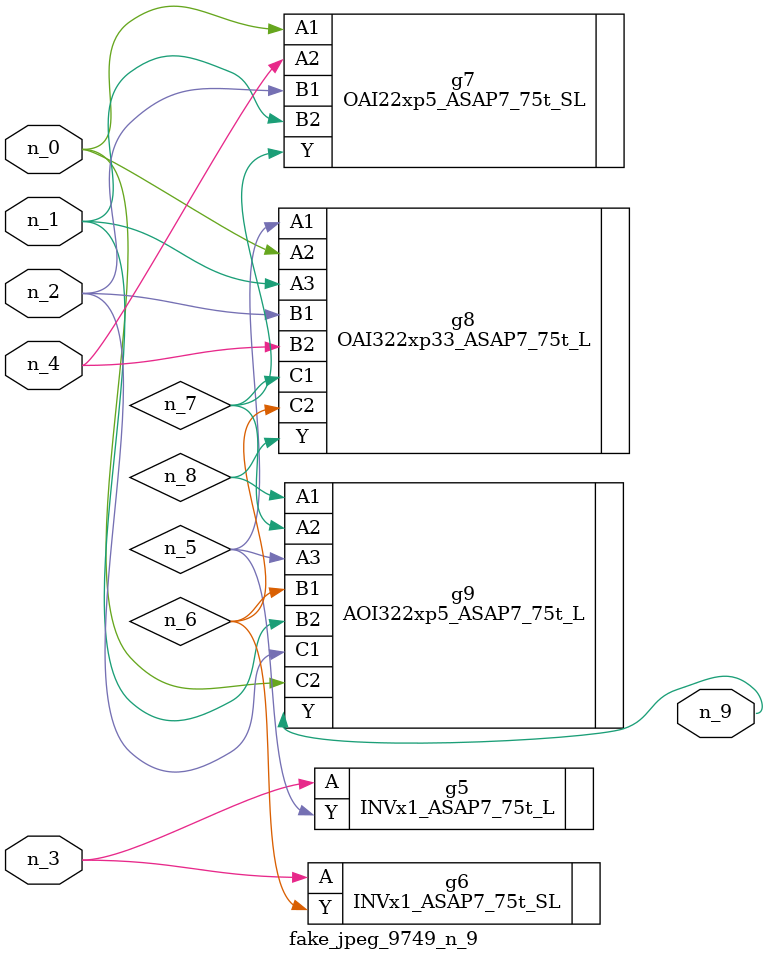
<source format=v>
module fake_jpeg_9749_n_9 (n_3, n_2, n_1, n_0, n_4, n_9);

input n_3;
input n_2;
input n_1;
input n_0;
input n_4;

output n_9;

wire n_8;
wire n_6;
wire n_5;
wire n_7;

INVx1_ASAP7_75t_L g5 ( 
.A(n_3),
.Y(n_5)
);

INVx1_ASAP7_75t_SL g6 ( 
.A(n_3),
.Y(n_6)
);

OAI22xp5_ASAP7_75t_SL g7 ( 
.A1(n_0),
.A2(n_4),
.B1(n_2),
.B2(n_1),
.Y(n_7)
);

OAI322xp33_ASAP7_75t_L g8 ( 
.A1(n_5),
.A2(n_0),
.A3(n_1),
.B1(n_2),
.B2(n_4),
.C1(n_7),
.C2(n_6),
.Y(n_8)
);

AOI322xp5_ASAP7_75t_L g9 ( 
.A1(n_8),
.A2(n_7),
.A3(n_5),
.B1(n_6),
.B2(n_1),
.C1(n_2),
.C2(n_0),
.Y(n_9)
);


endmodule
</source>
